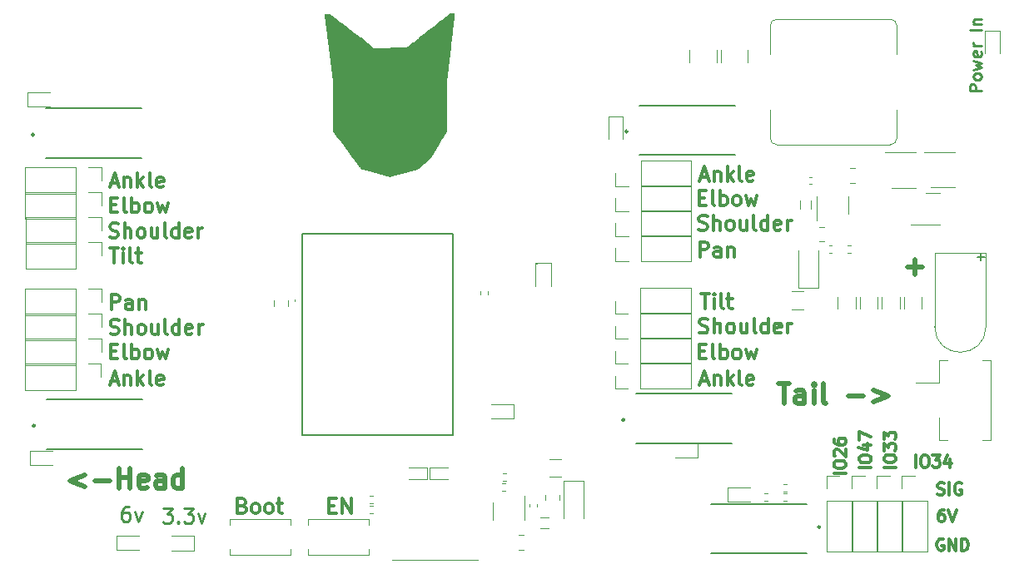
<source format=gbr>
G04 #@! TF.GenerationSoftware,KiCad,Pcbnew,6.0.7-f9a2dced07~116~ubuntu20.04.1*
G04 #@! TF.CreationDate,2022-12-26T13:33:40-05:00*
G04 #@! TF.ProjectId,SmallKat v2,536d616c-6c4b-4617-9420-76322e6b6963,rev?*
G04 #@! TF.SameCoordinates,Original*
G04 #@! TF.FileFunction,Legend,Top*
G04 #@! TF.FilePolarity,Positive*
%FSLAX46Y46*%
G04 Gerber Fmt 4.6, Leading zero omitted, Abs format (unit mm)*
G04 Created by KiCad (PCBNEW 6.0.7-f9a2dced07~116~ubuntu20.04.1) date 2022-12-26 13:33:40*
%MOMM*%
%LPD*%
G01*
G04 APERTURE LIST*
%ADD10C,0.300000*%
%ADD11C,0.250000*%
%ADD12C,0.500000*%
%ADD13C,0.200000*%
%ADD14C,0.120000*%
%ADD15C,0.254000*%
%ADD16C,0.100000*%
G04 APERTURE END LIST*
D10*
X152142857Y-128951428D02*
X150942857Y-128951428D01*
X150942857Y-128151428D02*
X150942857Y-127922857D01*
X151000000Y-127808571D01*
X151114285Y-127694285D01*
X151342857Y-127637142D01*
X151742857Y-127637142D01*
X151971428Y-127694285D01*
X152085714Y-127808571D01*
X152142857Y-127922857D01*
X152142857Y-128151428D01*
X152085714Y-128265714D01*
X151971428Y-128380000D01*
X151742857Y-128437142D01*
X151342857Y-128437142D01*
X151114285Y-128380000D01*
X151000000Y-128265714D01*
X150942857Y-128151428D01*
X151057142Y-127180000D02*
X151000000Y-127122857D01*
X150942857Y-127008571D01*
X150942857Y-126722857D01*
X151000000Y-126608571D01*
X151057142Y-126551428D01*
X151171428Y-126494285D01*
X151285714Y-126494285D01*
X151457142Y-126551428D01*
X152142857Y-127237142D01*
X152142857Y-126494285D01*
X150942857Y-125465714D02*
X150942857Y-125694285D01*
X151000000Y-125808571D01*
X151057142Y-125865714D01*
X151228571Y-125980000D01*
X151457142Y-126037142D01*
X151914285Y-126037142D01*
X152028571Y-125980000D01*
X152085714Y-125922857D01*
X152142857Y-125808571D01*
X152142857Y-125580000D01*
X152085714Y-125465714D01*
X152028571Y-125408571D01*
X151914285Y-125351428D01*
X151628571Y-125351428D01*
X151514285Y-125408571D01*
X151457142Y-125465714D01*
X151400000Y-125580000D01*
X151400000Y-125808571D01*
X151457142Y-125922857D01*
X151514285Y-125980000D01*
X151628571Y-126037142D01*
X154712857Y-128371428D02*
X153512857Y-128371428D01*
X153512857Y-127571428D02*
X153512857Y-127342857D01*
X153570000Y-127228571D01*
X153684285Y-127114285D01*
X153912857Y-127057142D01*
X154312857Y-127057142D01*
X154541428Y-127114285D01*
X154655714Y-127228571D01*
X154712857Y-127342857D01*
X154712857Y-127571428D01*
X154655714Y-127685714D01*
X154541428Y-127800000D01*
X154312857Y-127857142D01*
X153912857Y-127857142D01*
X153684285Y-127800000D01*
X153570000Y-127685714D01*
X153512857Y-127571428D01*
X153912857Y-126028571D02*
X154712857Y-126028571D01*
X153455714Y-126314285D02*
X154312857Y-126600000D01*
X154312857Y-125857142D01*
X153512857Y-125514285D02*
X153512857Y-124714285D01*
X154712857Y-125228571D01*
X157242857Y-128351428D02*
X156042857Y-128351428D01*
X156042857Y-127551428D02*
X156042857Y-127322857D01*
X156100000Y-127208571D01*
X156214285Y-127094285D01*
X156442857Y-127037142D01*
X156842857Y-127037142D01*
X157071428Y-127094285D01*
X157185714Y-127208571D01*
X157242857Y-127322857D01*
X157242857Y-127551428D01*
X157185714Y-127665714D01*
X157071428Y-127780000D01*
X156842857Y-127837142D01*
X156442857Y-127837142D01*
X156214285Y-127780000D01*
X156100000Y-127665714D01*
X156042857Y-127551428D01*
X156042857Y-126637142D02*
X156042857Y-125894285D01*
X156500000Y-126294285D01*
X156500000Y-126122857D01*
X156557142Y-126008571D01*
X156614285Y-125951428D01*
X156728571Y-125894285D01*
X157014285Y-125894285D01*
X157128571Y-125951428D01*
X157185714Y-126008571D01*
X157242857Y-126122857D01*
X157242857Y-126465714D01*
X157185714Y-126580000D01*
X157128571Y-126637142D01*
X156042857Y-125494285D02*
X156042857Y-124751428D01*
X156500000Y-125151428D01*
X156500000Y-124980000D01*
X156557142Y-124865714D01*
X156614285Y-124808571D01*
X156728571Y-124751428D01*
X157014285Y-124751428D01*
X157128571Y-124808571D01*
X157185714Y-124865714D01*
X157242857Y-124980000D01*
X157242857Y-125322857D01*
X157185714Y-125437142D01*
X157128571Y-125494285D01*
X159264571Y-128304857D02*
X159264571Y-127104857D01*
X160064571Y-127104857D02*
X160293142Y-127104857D01*
X160407428Y-127162000D01*
X160521714Y-127276285D01*
X160578857Y-127504857D01*
X160578857Y-127904857D01*
X160521714Y-128133428D01*
X160407428Y-128247714D01*
X160293142Y-128304857D01*
X160064571Y-128304857D01*
X159950285Y-128247714D01*
X159836000Y-128133428D01*
X159778857Y-127904857D01*
X159778857Y-127504857D01*
X159836000Y-127276285D01*
X159950285Y-127162000D01*
X160064571Y-127104857D01*
X160978857Y-127104857D02*
X161721714Y-127104857D01*
X161321714Y-127562000D01*
X161493142Y-127562000D01*
X161607428Y-127619142D01*
X161664571Y-127676285D01*
X161721714Y-127790571D01*
X161721714Y-128076285D01*
X161664571Y-128190571D01*
X161607428Y-128247714D01*
X161493142Y-128304857D01*
X161150285Y-128304857D01*
X161036000Y-128247714D01*
X160978857Y-128190571D01*
X162750285Y-127504857D02*
X162750285Y-128304857D01*
X162464571Y-127047714D02*
X162178857Y-127904857D01*
X162921714Y-127904857D01*
X77421428Y-119550000D02*
X78135714Y-119550000D01*
X77278571Y-119978571D02*
X77778571Y-118478571D01*
X78278571Y-119978571D01*
X78778571Y-118978571D02*
X78778571Y-119978571D01*
X78778571Y-119121428D02*
X78850000Y-119050000D01*
X78992857Y-118978571D01*
X79207142Y-118978571D01*
X79350000Y-119050000D01*
X79421428Y-119192857D01*
X79421428Y-119978571D01*
X80135714Y-119978571D02*
X80135714Y-118478571D01*
X80278571Y-119407142D02*
X80707142Y-119978571D01*
X80707142Y-118978571D02*
X80135714Y-119550000D01*
X81564285Y-119978571D02*
X81421428Y-119907142D01*
X81350000Y-119764285D01*
X81350000Y-118478571D01*
X82707142Y-119907142D02*
X82564285Y-119978571D01*
X82278571Y-119978571D01*
X82135714Y-119907142D01*
X82064285Y-119764285D01*
X82064285Y-119192857D01*
X82135714Y-119050000D01*
X82278571Y-118978571D01*
X82564285Y-118978571D01*
X82707142Y-119050000D01*
X82778571Y-119192857D01*
X82778571Y-119335714D01*
X82064285Y-119478571D01*
X137421428Y-119550000D02*
X138135714Y-119550000D01*
X137278571Y-119978571D02*
X137778571Y-118478571D01*
X138278571Y-119978571D01*
X138778571Y-118978571D02*
X138778571Y-119978571D01*
X138778571Y-119121428D02*
X138850000Y-119050000D01*
X138992857Y-118978571D01*
X139207142Y-118978571D01*
X139350000Y-119050000D01*
X139421428Y-119192857D01*
X139421428Y-119978571D01*
X140135714Y-119978571D02*
X140135714Y-118478571D01*
X140278571Y-119407142D02*
X140707142Y-119978571D01*
X140707142Y-118978571D02*
X140135714Y-119550000D01*
X141564285Y-119978571D02*
X141421428Y-119907142D01*
X141350000Y-119764285D01*
X141350000Y-118478571D01*
X142707142Y-119907142D02*
X142564285Y-119978571D01*
X142278571Y-119978571D01*
X142135714Y-119907142D01*
X142064285Y-119764285D01*
X142064285Y-119192857D01*
X142135714Y-119050000D01*
X142278571Y-118978571D01*
X142564285Y-118978571D01*
X142707142Y-119050000D01*
X142778571Y-119192857D01*
X142778571Y-119335714D01*
X142064285Y-119478571D01*
X137421428Y-98750000D02*
X138135714Y-98750000D01*
X137278571Y-99178571D02*
X137778571Y-97678571D01*
X138278571Y-99178571D01*
X138778571Y-98178571D02*
X138778571Y-99178571D01*
X138778571Y-98321428D02*
X138850000Y-98250000D01*
X138992857Y-98178571D01*
X139207142Y-98178571D01*
X139350000Y-98250000D01*
X139421428Y-98392857D01*
X139421428Y-99178571D01*
X140135714Y-99178571D02*
X140135714Y-97678571D01*
X140278571Y-98607142D02*
X140707142Y-99178571D01*
X140707142Y-98178571D02*
X140135714Y-98750000D01*
X141564285Y-99178571D02*
X141421428Y-99107142D01*
X141350000Y-98964285D01*
X141350000Y-97678571D01*
X142707142Y-99107142D02*
X142564285Y-99178571D01*
X142278571Y-99178571D01*
X142135714Y-99107142D01*
X142064285Y-98964285D01*
X142064285Y-98392857D01*
X142135714Y-98250000D01*
X142278571Y-98178571D01*
X142564285Y-98178571D01*
X142707142Y-98250000D01*
X142778571Y-98392857D01*
X142778571Y-98535714D01*
X142064285Y-98678571D01*
X137242857Y-100892857D02*
X137742857Y-100892857D01*
X137957142Y-101678571D02*
X137242857Y-101678571D01*
X137242857Y-100178571D01*
X137957142Y-100178571D01*
X138814285Y-101678571D02*
X138671428Y-101607142D01*
X138600000Y-101464285D01*
X138600000Y-100178571D01*
X139385714Y-101678571D02*
X139385714Y-100178571D01*
X139385714Y-100750000D02*
X139528571Y-100678571D01*
X139814285Y-100678571D01*
X139957142Y-100750000D01*
X140028571Y-100821428D01*
X140100000Y-100964285D01*
X140100000Y-101392857D01*
X140028571Y-101535714D01*
X139957142Y-101607142D01*
X139814285Y-101678571D01*
X139528571Y-101678571D01*
X139385714Y-101607142D01*
X140957142Y-101678571D02*
X140814285Y-101607142D01*
X140742857Y-101535714D01*
X140671428Y-101392857D01*
X140671428Y-100964285D01*
X140742857Y-100821428D01*
X140814285Y-100750000D01*
X140957142Y-100678571D01*
X141171428Y-100678571D01*
X141314285Y-100750000D01*
X141385714Y-100821428D01*
X141457142Y-100964285D01*
X141457142Y-101392857D01*
X141385714Y-101535714D01*
X141314285Y-101607142D01*
X141171428Y-101678571D01*
X140957142Y-101678571D01*
X141957142Y-100678571D02*
X142242857Y-101678571D01*
X142528571Y-100964285D01*
X142814285Y-101678571D01*
X143100000Y-100678571D01*
X137242857Y-116492857D02*
X137742857Y-116492857D01*
X137957142Y-117278571D02*
X137242857Y-117278571D01*
X137242857Y-115778571D01*
X137957142Y-115778571D01*
X138814285Y-117278571D02*
X138671428Y-117207142D01*
X138600000Y-117064285D01*
X138600000Y-115778571D01*
X139385714Y-117278571D02*
X139385714Y-115778571D01*
X139385714Y-116350000D02*
X139528571Y-116278571D01*
X139814285Y-116278571D01*
X139957142Y-116350000D01*
X140028571Y-116421428D01*
X140100000Y-116564285D01*
X140100000Y-116992857D01*
X140028571Y-117135714D01*
X139957142Y-117207142D01*
X139814285Y-117278571D01*
X139528571Y-117278571D01*
X139385714Y-117207142D01*
X140957142Y-117278571D02*
X140814285Y-117207142D01*
X140742857Y-117135714D01*
X140671428Y-116992857D01*
X140671428Y-116564285D01*
X140742857Y-116421428D01*
X140814285Y-116350000D01*
X140957142Y-116278571D01*
X141171428Y-116278571D01*
X141314285Y-116350000D01*
X141385714Y-116421428D01*
X141457142Y-116564285D01*
X141457142Y-116992857D01*
X141385714Y-117135714D01*
X141314285Y-117207142D01*
X141171428Y-117278571D01*
X140957142Y-117278571D01*
X141957142Y-116278571D02*
X142242857Y-117278571D01*
X142528571Y-116564285D01*
X142814285Y-117278571D01*
X143100000Y-116278571D01*
X77392857Y-116492857D02*
X77892857Y-116492857D01*
X78107142Y-117278571D02*
X77392857Y-117278571D01*
X77392857Y-115778571D01*
X78107142Y-115778571D01*
X78964285Y-117278571D02*
X78821428Y-117207142D01*
X78750000Y-117064285D01*
X78750000Y-115778571D01*
X79535714Y-117278571D02*
X79535714Y-115778571D01*
X79535714Y-116350000D02*
X79678571Y-116278571D01*
X79964285Y-116278571D01*
X80107142Y-116350000D01*
X80178571Y-116421428D01*
X80250000Y-116564285D01*
X80250000Y-116992857D01*
X80178571Y-117135714D01*
X80107142Y-117207142D01*
X79964285Y-117278571D01*
X79678571Y-117278571D01*
X79535714Y-117207142D01*
X81107142Y-117278571D02*
X80964285Y-117207142D01*
X80892857Y-117135714D01*
X80821428Y-116992857D01*
X80821428Y-116564285D01*
X80892857Y-116421428D01*
X80964285Y-116350000D01*
X81107142Y-116278571D01*
X81321428Y-116278571D01*
X81464285Y-116350000D01*
X81535714Y-116421428D01*
X81607142Y-116564285D01*
X81607142Y-116992857D01*
X81535714Y-117135714D01*
X81464285Y-117207142D01*
X81321428Y-117278571D01*
X81107142Y-117278571D01*
X82107142Y-116278571D02*
X82392857Y-117278571D01*
X82678571Y-116564285D01*
X82964285Y-117278571D01*
X83250000Y-116278571D01*
X77392857Y-101592857D02*
X77892857Y-101592857D01*
X78107142Y-102378571D02*
X77392857Y-102378571D01*
X77392857Y-100878571D01*
X78107142Y-100878571D01*
X78964285Y-102378571D02*
X78821428Y-102307142D01*
X78750000Y-102164285D01*
X78750000Y-100878571D01*
X79535714Y-102378571D02*
X79535714Y-100878571D01*
X79535714Y-101450000D02*
X79678571Y-101378571D01*
X79964285Y-101378571D01*
X80107142Y-101450000D01*
X80178571Y-101521428D01*
X80250000Y-101664285D01*
X80250000Y-102092857D01*
X80178571Y-102235714D01*
X80107142Y-102307142D01*
X79964285Y-102378571D01*
X79678571Y-102378571D01*
X79535714Y-102307142D01*
X81107142Y-102378571D02*
X80964285Y-102307142D01*
X80892857Y-102235714D01*
X80821428Y-102092857D01*
X80821428Y-101664285D01*
X80892857Y-101521428D01*
X80964285Y-101450000D01*
X81107142Y-101378571D01*
X81321428Y-101378571D01*
X81464285Y-101450000D01*
X81535714Y-101521428D01*
X81607142Y-101664285D01*
X81607142Y-102092857D01*
X81535714Y-102235714D01*
X81464285Y-102307142D01*
X81321428Y-102378571D01*
X81107142Y-102378571D01*
X82107142Y-101378571D02*
X82392857Y-102378571D01*
X82678571Y-101664285D01*
X82964285Y-102378571D01*
X83250000Y-101378571D01*
X77307142Y-104907142D02*
X77521428Y-104978571D01*
X77878571Y-104978571D01*
X78021428Y-104907142D01*
X78092857Y-104835714D01*
X78164285Y-104692857D01*
X78164285Y-104550000D01*
X78092857Y-104407142D01*
X78021428Y-104335714D01*
X77878571Y-104264285D01*
X77592857Y-104192857D01*
X77450000Y-104121428D01*
X77378571Y-104050000D01*
X77307142Y-103907142D01*
X77307142Y-103764285D01*
X77378571Y-103621428D01*
X77450000Y-103550000D01*
X77592857Y-103478571D01*
X77950000Y-103478571D01*
X78164285Y-103550000D01*
X78807142Y-104978571D02*
X78807142Y-103478571D01*
X79450000Y-104978571D02*
X79450000Y-104192857D01*
X79378571Y-104050000D01*
X79235714Y-103978571D01*
X79021428Y-103978571D01*
X78878571Y-104050000D01*
X78807142Y-104121428D01*
X80378571Y-104978571D02*
X80235714Y-104907142D01*
X80164285Y-104835714D01*
X80092857Y-104692857D01*
X80092857Y-104264285D01*
X80164285Y-104121428D01*
X80235714Y-104050000D01*
X80378571Y-103978571D01*
X80592857Y-103978571D01*
X80735714Y-104050000D01*
X80807142Y-104121428D01*
X80878571Y-104264285D01*
X80878571Y-104692857D01*
X80807142Y-104835714D01*
X80735714Y-104907142D01*
X80592857Y-104978571D01*
X80378571Y-104978571D01*
X82164285Y-103978571D02*
X82164285Y-104978571D01*
X81521428Y-103978571D02*
X81521428Y-104764285D01*
X81592857Y-104907142D01*
X81735714Y-104978571D01*
X81950000Y-104978571D01*
X82092857Y-104907142D01*
X82164285Y-104835714D01*
X83092857Y-104978571D02*
X82950000Y-104907142D01*
X82878571Y-104764285D01*
X82878571Y-103478571D01*
X84307142Y-104978571D02*
X84307142Y-103478571D01*
X84307142Y-104907142D02*
X84164285Y-104978571D01*
X83878571Y-104978571D01*
X83735714Y-104907142D01*
X83664285Y-104835714D01*
X83592857Y-104692857D01*
X83592857Y-104264285D01*
X83664285Y-104121428D01*
X83735714Y-104050000D01*
X83878571Y-103978571D01*
X84164285Y-103978571D01*
X84307142Y-104050000D01*
X85592857Y-104907142D02*
X85450000Y-104978571D01*
X85164285Y-104978571D01*
X85021428Y-104907142D01*
X84950000Y-104764285D01*
X84950000Y-104192857D01*
X85021428Y-104050000D01*
X85164285Y-103978571D01*
X85450000Y-103978571D01*
X85592857Y-104050000D01*
X85664285Y-104192857D01*
X85664285Y-104335714D01*
X84950000Y-104478571D01*
X86307142Y-104978571D02*
X86307142Y-103978571D01*
X86307142Y-104264285D02*
X86378571Y-104121428D01*
X86450000Y-104050000D01*
X86592857Y-103978571D01*
X86735714Y-103978571D01*
X77357142Y-114707142D02*
X77571428Y-114778571D01*
X77928571Y-114778571D01*
X78071428Y-114707142D01*
X78142857Y-114635714D01*
X78214285Y-114492857D01*
X78214285Y-114350000D01*
X78142857Y-114207142D01*
X78071428Y-114135714D01*
X77928571Y-114064285D01*
X77642857Y-113992857D01*
X77500000Y-113921428D01*
X77428571Y-113850000D01*
X77357142Y-113707142D01*
X77357142Y-113564285D01*
X77428571Y-113421428D01*
X77500000Y-113350000D01*
X77642857Y-113278571D01*
X78000000Y-113278571D01*
X78214285Y-113350000D01*
X78857142Y-114778571D02*
X78857142Y-113278571D01*
X79500000Y-114778571D02*
X79500000Y-113992857D01*
X79428571Y-113850000D01*
X79285714Y-113778571D01*
X79071428Y-113778571D01*
X78928571Y-113850000D01*
X78857142Y-113921428D01*
X80428571Y-114778571D02*
X80285714Y-114707142D01*
X80214285Y-114635714D01*
X80142857Y-114492857D01*
X80142857Y-114064285D01*
X80214285Y-113921428D01*
X80285714Y-113850000D01*
X80428571Y-113778571D01*
X80642857Y-113778571D01*
X80785714Y-113850000D01*
X80857142Y-113921428D01*
X80928571Y-114064285D01*
X80928571Y-114492857D01*
X80857142Y-114635714D01*
X80785714Y-114707142D01*
X80642857Y-114778571D01*
X80428571Y-114778571D01*
X82214285Y-113778571D02*
X82214285Y-114778571D01*
X81571428Y-113778571D02*
X81571428Y-114564285D01*
X81642857Y-114707142D01*
X81785714Y-114778571D01*
X82000000Y-114778571D01*
X82142857Y-114707142D01*
X82214285Y-114635714D01*
X83142857Y-114778571D02*
X83000000Y-114707142D01*
X82928571Y-114564285D01*
X82928571Y-113278571D01*
X84357142Y-114778571D02*
X84357142Y-113278571D01*
X84357142Y-114707142D02*
X84214285Y-114778571D01*
X83928571Y-114778571D01*
X83785714Y-114707142D01*
X83714285Y-114635714D01*
X83642857Y-114492857D01*
X83642857Y-114064285D01*
X83714285Y-113921428D01*
X83785714Y-113850000D01*
X83928571Y-113778571D01*
X84214285Y-113778571D01*
X84357142Y-113850000D01*
X85642857Y-114707142D02*
X85500000Y-114778571D01*
X85214285Y-114778571D01*
X85071428Y-114707142D01*
X85000000Y-114564285D01*
X85000000Y-113992857D01*
X85071428Y-113850000D01*
X85214285Y-113778571D01*
X85500000Y-113778571D01*
X85642857Y-113850000D01*
X85714285Y-113992857D01*
X85714285Y-114135714D01*
X85000000Y-114278571D01*
X86357142Y-114778571D02*
X86357142Y-113778571D01*
X86357142Y-114064285D02*
X86428571Y-113921428D01*
X86500000Y-113850000D01*
X86642857Y-113778571D01*
X86785714Y-113778571D01*
X137207142Y-104107142D02*
X137421428Y-104178571D01*
X137778571Y-104178571D01*
X137921428Y-104107142D01*
X137992857Y-104035714D01*
X138064285Y-103892857D01*
X138064285Y-103750000D01*
X137992857Y-103607142D01*
X137921428Y-103535714D01*
X137778571Y-103464285D01*
X137492857Y-103392857D01*
X137350000Y-103321428D01*
X137278571Y-103250000D01*
X137207142Y-103107142D01*
X137207142Y-102964285D01*
X137278571Y-102821428D01*
X137350000Y-102750000D01*
X137492857Y-102678571D01*
X137850000Y-102678571D01*
X138064285Y-102750000D01*
X138707142Y-104178571D02*
X138707142Y-102678571D01*
X139350000Y-104178571D02*
X139350000Y-103392857D01*
X139278571Y-103250000D01*
X139135714Y-103178571D01*
X138921428Y-103178571D01*
X138778571Y-103250000D01*
X138707142Y-103321428D01*
X140278571Y-104178571D02*
X140135714Y-104107142D01*
X140064285Y-104035714D01*
X139992857Y-103892857D01*
X139992857Y-103464285D01*
X140064285Y-103321428D01*
X140135714Y-103250000D01*
X140278571Y-103178571D01*
X140492857Y-103178571D01*
X140635714Y-103250000D01*
X140707142Y-103321428D01*
X140778571Y-103464285D01*
X140778571Y-103892857D01*
X140707142Y-104035714D01*
X140635714Y-104107142D01*
X140492857Y-104178571D01*
X140278571Y-104178571D01*
X142064285Y-103178571D02*
X142064285Y-104178571D01*
X141421428Y-103178571D02*
X141421428Y-103964285D01*
X141492857Y-104107142D01*
X141635714Y-104178571D01*
X141850000Y-104178571D01*
X141992857Y-104107142D01*
X142064285Y-104035714D01*
X142992857Y-104178571D02*
X142850000Y-104107142D01*
X142778571Y-103964285D01*
X142778571Y-102678571D01*
X144207142Y-104178571D02*
X144207142Y-102678571D01*
X144207142Y-104107142D02*
X144064285Y-104178571D01*
X143778571Y-104178571D01*
X143635714Y-104107142D01*
X143564285Y-104035714D01*
X143492857Y-103892857D01*
X143492857Y-103464285D01*
X143564285Y-103321428D01*
X143635714Y-103250000D01*
X143778571Y-103178571D01*
X144064285Y-103178571D01*
X144207142Y-103250000D01*
X145492857Y-104107142D02*
X145350000Y-104178571D01*
X145064285Y-104178571D01*
X144921428Y-104107142D01*
X144850000Y-103964285D01*
X144850000Y-103392857D01*
X144921428Y-103250000D01*
X145064285Y-103178571D01*
X145350000Y-103178571D01*
X145492857Y-103250000D01*
X145564285Y-103392857D01*
X145564285Y-103535714D01*
X144850000Y-103678571D01*
X146207142Y-104178571D02*
X146207142Y-103178571D01*
X146207142Y-103464285D02*
X146278571Y-103321428D01*
X146350000Y-103250000D01*
X146492857Y-103178571D01*
X146635714Y-103178571D01*
X137300000Y-106878571D02*
X137300000Y-105378571D01*
X137871428Y-105378571D01*
X138014285Y-105450000D01*
X138085714Y-105521428D01*
X138157142Y-105664285D01*
X138157142Y-105878571D01*
X138085714Y-106021428D01*
X138014285Y-106092857D01*
X137871428Y-106164285D01*
X137300000Y-106164285D01*
X139442857Y-106878571D02*
X139442857Y-106092857D01*
X139371428Y-105950000D01*
X139228571Y-105878571D01*
X138942857Y-105878571D01*
X138800000Y-105950000D01*
X139442857Y-106807142D02*
X139300000Y-106878571D01*
X138942857Y-106878571D01*
X138800000Y-106807142D01*
X138728571Y-106664285D01*
X138728571Y-106521428D01*
X138800000Y-106378571D01*
X138942857Y-106307142D01*
X139300000Y-106307142D01*
X139442857Y-106235714D01*
X140157142Y-105878571D02*
X140157142Y-106878571D01*
X140157142Y-106021428D02*
X140228571Y-105950000D01*
X140371428Y-105878571D01*
X140585714Y-105878571D01*
X140728571Y-105950000D01*
X140800000Y-106092857D01*
X140800000Y-106878571D01*
X137392857Y-110628571D02*
X138250000Y-110628571D01*
X137821428Y-112128571D02*
X137821428Y-110628571D01*
X138750000Y-112128571D02*
X138750000Y-111128571D01*
X138750000Y-110628571D02*
X138678571Y-110700000D01*
X138750000Y-110771428D01*
X138821428Y-110700000D01*
X138750000Y-110628571D01*
X138750000Y-110771428D01*
X139678571Y-112128571D02*
X139535714Y-112057142D01*
X139464285Y-111914285D01*
X139464285Y-110628571D01*
X140035714Y-111128571D02*
X140607142Y-111128571D01*
X140250000Y-110628571D02*
X140250000Y-111914285D01*
X140321428Y-112057142D01*
X140464285Y-112128571D01*
X140607142Y-112128571D01*
X77292857Y-106028571D02*
X78150000Y-106028571D01*
X77721428Y-107528571D02*
X77721428Y-106028571D01*
X78650000Y-107528571D02*
X78650000Y-106528571D01*
X78650000Y-106028571D02*
X78578571Y-106100000D01*
X78650000Y-106171428D01*
X78721428Y-106100000D01*
X78650000Y-106028571D01*
X78650000Y-106171428D01*
X79578571Y-107528571D02*
X79435714Y-107457142D01*
X79364285Y-107314285D01*
X79364285Y-106028571D01*
X79935714Y-106528571D02*
X80507142Y-106528571D01*
X80150000Y-106028571D02*
X80150000Y-107314285D01*
X80221428Y-107457142D01*
X80364285Y-107528571D01*
X80507142Y-107528571D01*
X77450000Y-112228571D02*
X77450000Y-110728571D01*
X78021428Y-110728571D01*
X78164285Y-110800000D01*
X78235714Y-110871428D01*
X78307142Y-111014285D01*
X78307142Y-111228571D01*
X78235714Y-111371428D01*
X78164285Y-111442857D01*
X78021428Y-111514285D01*
X77450000Y-111514285D01*
X79592857Y-112228571D02*
X79592857Y-111442857D01*
X79521428Y-111300000D01*
X79378571Y-111228571D01*
X79092857Y-111228571D01*
X78950000Y-111300000D01*
X79592857Y-112157142D02*
X79450000Y-112228571D01*
X79092857Y-112228571D01*
X78950000Y-112157142D01*
X78878571Y-112014285D01*
X78878571Y-111871428D01*
X78950000Y-111728571D01*
X79092857Y-111657142D01*
X79450000Y-111657142D01*
X79592857Y-111585714D01*
X80307142Y-111228571D02*
X80307142Y-112228571D01*
X80307142Y-111371428D02*
X80378571Y-111300000D01*
X80521428Y-111228571D01*
X80735714Y-111228571D01*
X80878571Y-111300000D01*
X80950000Y-111442857D01*
X80950000Y-112228571D01*
X99612857Y-132226857D02*
X100112857Y-132226857D01*
X100327142Y-133012571D02*
X99612857Y-133012571D01*
X99612857Y-131512571D01*
X100327142Y-131512571D01*
X100970000Y-133012571D02*
X100970000Y-131512571D01*
X101827142Y-133012571D01*
X101827142Y-131512571D01*
X90801428Y-132226857D02*
X91015714Y-132298285D01*
X91087142Y-132369714D01*
X91158571Y-132512571D01*
X91158571Y-132726857D01*
X91087142Y-132869714D01*
X91015714Y-132941142D01*
X90872857Y-133012571D01*
X90301428Y-133012571D01*
X90301428Y-131512571D01*
X90801428Y-131512571D01*
X90944285Y-131584000D01*
X91015714Y-131655428D01*
X91087142Y-131798285D01*
X91087142Y-131941142D01*
X91015714Y-132084000D01*
X90944285Y-132155428D01*
X90801428Y-132226857D01*
X90301428Y-132226857D01*
X92015714Y-133012571D02*
X91872857Y-132941142D01*
X91801428Y-132869714D01*
X91730000Y-132726857D01*
X91730000Y-132298285D01*
X91801428Y-132155428D01*
X91872857Y-132084000D01*
X92015714Y-132012571D01*
X92230000Y-132012571D01*
X92372857Y-132084000D01*
X92444285Y-132155428D01*
X92515714Y-132298285D01*
X92515714Y-132726857D01*
X92444285Y-132869714D01*
X92372857Y-132941142D01*
X92230000Y-133012571D01*
X92015714Y-133012571D01*
X93372857Y-133012571D02*
X93230000Y-132941142D01*
X93158571Y-132869714D01*
X93087142Y-132726857D01*
X93087142Y-132298285D01*
X93158571Y-132155428D01*
X93230000Y-132084000D01*
X93372857Y-132012571D01*
X93587142Y-132012571D01*
X93730000Y-132084000D01*
X93801428Y-132155428D01*
X93872857Y-132298285D01*
X93872857Y-132726857D01*
X93801428Y-132869714D01*
X93730000Y-132941142D01*
X93587142Y-133012571D01*
X93372857Y-133012571D01*
X94301428Y-132012571D02*
X94872857Y-132012571D01*
X94515714Y-131512571D02*
X94515714Y-132798285D01*
X94587142Y-132941142D01*
X94730000Y-133012571D01*
X94872857Y-133012571D01*
D11*
X82693142Y-132478571D02*
X83621714Y-132478571D01*
X83121714Y-133050000D01*
X83336000Y-133050000D01*
X83478857Y-133121428D01*
X83550285Y-133192857D01*
X83621714Y-133335714D01*
X83621714Y-133692857D01*
X83550285Y-133835714D01*
X83478857Y-133907142D01*
X83336000Y-133978571D01*
X82907428Y-133978571D01*
X82764571Y-133907142D01*
X82693142Y-133835714D01*
X84264571Y-133835714D02*
X84336000Y-133907142D01*
X84264571Y-133978571D01*
X84193142Y-133907142D01*
X84264571Y-133835714D01*
X84264571Y-133978571D01*
X84836000Y-132478571D02*
X85764571Y-132478571D01*
X85264571Y-133050000D01*
X85478857Y-133050000D01*
X85621714Y-133121428D01*
X85693142Y-133192857D01*
X85764571Y-133335714D01*
X85764571Y-133692857D01*
X85693142Y-133835714D01*
X85621714Y-133907142D01*
X85478857Y-133978571D01*
X85050285Y-133978571D01*
X84907428Y-133907142D01*
X84836000Y-133835714D01*
X86264571Y-132978571D02*
X86621714Y-133978571D01*
X86978857Y-132978571D01*
D12*
X145285714Y-119820925D02*
X146428571Y-119820925D01*
X145857142Y-121820925D02*
X145857142Y-119820925D01*
X147952380Y-121820925D02*
X147952380Y-120773306D01*
X147857142Y-120582830D01*
X147666666Y-120487592D01*
X147285714Y-120487592D01*
X147095238Y-120582830D01*
X147952380Y-121725687D02*
X147761904Y-121820925D01*
X147285714Y-121820925D01*
X147095238Y-121725687D01*
X147000000Y-121535211D01*
X147000000Y-121344735D01*
X147095238Y-121154259D01*
X147285714Y-121059021D01*
X147761904Y-121059021D01*
X147952380Y-120963783D01*
X148904761Y-121820925D02*
X148904761Y-120487592D01*
X148904761Y-119820925D02*
X148809523Y-119916164D01*
X148904761Y-120011402D01*
X149000000Y-119916164D01*
X148904761Y-119820925D01*
X148904761Y-120011402D01*
X150142857Y-121820925D02*
X149952380Y-121725687D01*
X149857142Y-121535211D01*
X149857142Y-119820925D01*
X152428571Y-121059021D02*
X153952380Y-121059021D01*
X154904761Y-120487592D02*
X156428571Y-121059021D01*
X154904761Y-121630449D01*
X74803523Y-129111428D02*
X73279714Y-129682857D01*
X74803523Y-130254285D01*
X75755904Y-129682857D02*
X77279714Y-129682857D01*
X78232095Y-130444761D02*
X78232095Y-128444761D01*
X78232095Y-129397142D02*
X79374952Y-129397142D01*
X79374952Y-130444761D02*
X79374952Y-128444761D01*
X81089238Y-130349523D02*
X80898761Y-130444761D01*
X80517809Y-130444761D01*
X80327333Y-130349523D01*
X80232095Y-130159047D01*
X80232095Y-129397142D01*
X80327333Y-129206666D01*
X80517809Y-129111428D01*
X80898761Y-129111428D01*
X81089238Y-129206666D01*
X81184476Y-129397142D01*
X81184476Y-129587619D01*
X80232095Y-129778095D01*
X82898761Y-130444761D02*
X82898761Y-129397142D01*
X82803523Y-129206666D01*
X82613047Y-129111428D01*
X82232095Y-129111428D01*
X82041619Y-129206666D01*
X82898761Y-130349523D02*
X82708285Y-130444761D01*
X82232095Y-130444761D01*
X82041619Y-130349523D01*
X81946380Y-130159047D01*
X81946380Y-129968571D01*
X82041619Y-129778095D01*
X82232095Y-129682857D01*
X82708285Y-129682857D01*
X82898761Y-129587619D01*
X84708285Y-130444761D02*
X84708285Y-128444761D01*
X84708285Y-130349523D02*
X84517809Y-130444761D01*
X84136857Y-130444761D01*
X83946380Y-130349523D01*
X83851142Y-130254285D01*
X83755904Y-130063809D01*
X83755904Y-129492380D01*
X83851142Y-129301904D01*
X83946380Y-129206666D01*
X84136857Y-129111428D01*
X84517809Y-129111428D01*
X84708285Y-129206666D01*
X158448095Y-107962857D02*
X159971904Y-107962857D01*
X159210000Y-108724761D02*
X159210000Y-107200952D01*
D11*
X165932857Y-90012142D02*
X164732857Y-90012142D01*
X164732857Y-89555000D01*
X164790000Y-89440714D01*
X164847142Y-89383571D01*
X164961428Y-89326428D01*
X165132857Y-89326428D01*
X165247142Y-89383571D01*
X165304285Y-89440714D01*
X165361428Y-89555000D01*
X165361428Y-90012142D01*
X165932857Y-88640714D02*
X165875714Y-88755000D01*
X165818571Y-88812142D01*
X165704285Y-88869285D01*
X165361428Y-88869285D01*
X165247142Y-88812142D01*
X165190000Y-88755000D01*
X165132857Y-88640714D01*
X165132857Y-88469285D01*
X165190000Y-88355000D01*
X165247142Y-88297857D01*
X165361428Y-88240714D01*
X165704285Y-88240714D01*
X165818571Y-88297857D01*
X165875714Y-88355000D01*
X165932857Y-88469285D01*
X165932857Y-88640714D01*
X165132857Y-87840714D02*
X165932857Y-87612142D01*
X165361428Y-87383571D01*
X165932857Y-87155000D01*
X165132857Y-86926428D01*
X165875714Y-86012142D02*
X165932857Y-86126428D01*
X165932857Y-86355000D01*
X165875714Y-86469285D01*
X165761428Y-86526428D01*
X165304285Y-86526428D01*
X165190000Y-86469285D01*
X165132857Y-86355000D01*
X165132857Y-86126428D01*
X165190000Y-86012142D01*
X165304285Y-85955000D01*
X165418571Y-85955000D01*
X165532857Y-86526428D01*
X165932857Y-85440714D02*
X165132857Y-85440714D01*
X165361428Y-85440714D02*
X165247142Y-85383571D01*
X165190000Y-85326428D01*
X165132857Y-85212142D01*
X165132857Y-85097857D01*
X165932857Y-83783571D02*
X164732857Y-83783571D01*
X165132857Y-83212142D02*
X165932857Y-83212142D01*
X165247142Y-83212142D02*
X165190000Y-83155000D01*
X165132857Y-83040714D01*
X165132857Y-82869285D01*
X165190000Y-82755000D01*
X165304285Y-82697857D01*
X165932857Y-82697857D01*
D10*
X162085714Y-135650000D02*
X161971428Y-135592857D01*
X161800000Y-135592857D01*
X161628571Y-135650000D01*
X161514285Y-135764285D01*
X161457142Y-135878571D01*
X161400000Y-136107142D01*
X161400000Y-136278571D01*
X161457142Y-136507142D01*
X161514285Y-136621428D01*
X161628571Y-136735714D01*
X161800000Y-136792857D01*
X161914285Y-136792857D01*
X162085714Y-136735714D01*
X162142857Y-136678571D01*
X162142857Y-136278571D01*
X161914285Y-136278571D01*
X162657142Y-136792857D02*
X162657142Y-135592857D01*
X163342857Y-136792857D01*
X163342857Y-135592857D01*
X163914285Y-136792857D02*
X163914285Y-135592857D01*
X164200000Y-135592857D01*
X164371428Y-135650000D01*
X164485714Y-135764285D01*
X164542857Y-135878571D01*
X164600000Y-136107142D01*
X164600000Y-136278571D01*
X164542857Y-136507142D01*
X164485714Y-136621428D01*
X164371428Y-136735714D01*
X164200000Y-136792857D01*
X163914285Y-136792857D01*
X137257142Y-114587142D02*
X137471428Y-114658571D01*
X137828571Y-114658571D01*
X137971428Y-114587142D01*
X138042857Y-114515714D01*
X138114285Y-114372857D01*
X138114285Y-114230000D01*
X138042857Y-114087142D01*
X137971428Y-114015714D01*
X137828571Y-113944285D01*
X137542857Y-113872857D01*
X137400000Y-113801428D01*
X137328571Y-113730000D01*
X137257142Y-113587142D01*
X137257142Y-113444285D01*
X137328571Y-113301428D01*
X137400000Y-113230000D01*
X137542857Y-113158571D01*
X137900000Y-113158571D01*
X138114285Y-113230000D01*
X138757142Y-114658571D02*
X138757142Y-113158571D01*
X139400000Y-114658571D02*
X139400000Y-113872857D01*
X139328571Y-113730000D01*
X139185714Y-113658571D01*
X138971428Y-113658571D01*
X138828571Y-113730000D01*
X138757142Y-113801428D01*
X140328571Y-114658571D02*
X140185714Y-114587142D01*
X140114285Y-114515714D01*
X140042857Y-114372857D01*
X140042857Y-113944285D01*
X140114285Y-113801428D01*
X140185714Y-113730000D01*
X140328571Y-113658571D01*
X140542857Y-113658571D01*
X140685714Y-113730000D01*
X140757142Y-113801428D01*
X140828571Y-113944285D01*
X140828571Y-114372857D01*
X140757142Y-114515714D01*
X140685714Y-114587142D01*
X140542857Y-114658571D01*
X140328571Y-114658571D01*
X142114285Y-113658571D02*
X142114285Y-114658571D01*
X141471428Y-113658571D02*
X141471428Y-114444285D01*
X141542857Y-114587142D01*
X141685714Y-114658571D01*
X141900000Y-114658571D01*
X142042857Y-114587142D01*
X142114285Y-114515714D01*
X143042857Y-114658571D02*
X142900000Y-114587142D01*
X142828571Y-114444285D01*
X142828571Y-113158571D01*
X144257142Y-114658571D02*
X144257142Y-113158571D01*
X144257142Y-114587142D02*
X144114285Y-114658571D01*
X143828571Y-114658571D01*
X143685714Y-114587142D01*
X143614285Y-114515714D01*
X143542857Y-114372857D01*
X143542857Y-113944285D01*
X143614285Y-113801428D01*
X143685714Y-113730000D01*
X143828571Y-113658571D01*
X144114285Y-113658571D01*
X144257142Y-113730000D01*
X145542857Y-114587142D02*
X145400000Y-114658571D01*
X145114285Y-114658571D01*
X144971428Y-114587142D01*
X144900000Y-114444285D01*
X144900000Y-113872857D01*
X144971428Y-113730000D01*
X145114285Y-113658571D01*
X145400000Y-113658571D01*
X145542857Y-113730000D01*
X145614285Y-113872857D01*
X145614285Y-114015714D01*
X144900000Y-114158571D01*
X146257142Y-114658571D02*
X146257142Y-113658571D01*
X146257142Y-113944285D02*
X146328571Y-113801428D01*
X146400000Y-113730000D01*
X146542857Y-113658571D01*
X146685714Y-113658571D01*
X161491428Y-131045714D02*
X161662857Y-131102857D01*
X161948571Y-131102857D01*
X162062857Y-131045714D01*
X162120000Y-130988571D01*
X162177142Y-130874285D01*
X162177142Y-130760000D01*
X162120000Y-130645714D01*
X162062857Y-130588571D01*
X161948571Y-130531428D01*
X161720000Y-130474285D01*
X161605714Y-130417142D01*
X161548571Y-130360000D01*
X161491428Y-130245714D01*
X161491428Y-130131428D01*
X161548571Y-130017142D01*
X161605714Y-129960000D01*
X161720000Y-129902857D01*
X162005714Y-129902857D01*
X162177142Y-129960000D01*
X162691428Y-131102857D02*
X162691428Y-129902857D01*
X163891428Y-129960000D02*
X163777142Y-129902857D01*
X163605714Y-129902857D01*
X163434285Y-129960000D01*
X163320000Y-130074285D01*
X163262857Y-130188571D01*
X163205714Y-130417142D01*
X163205714Y-130588571D01*
X163262857Y-130817142D01*
X163320000Y-130931428D01*
X163434285Y-131045714D01*
X163605714Y-131102857D01*
X163720000Y-131102857D01*
X163891428Y-131045714D01*
X163948571Y-130988571D01*
X163948571Y-130588571D01*
X163720000Y-130588571D01*
X77421428Y-99400000D02*
X78135714Y-99400000D01*
X77278571Y-99828571D02*
X77778571Y-98328571D01*
X78278571Y-99828571D01*
X78778571Y-98828571D02*
X78778571Y-99828571D01*
X78778571Y-98971428D02*
X78850000Y-98900000D01*
X78992857Y-98828571D01*
X79207142Y-98828571D01*
X79350000Y-98900000D01*
X79421428Y-99042857D01*
X79421428Y-99828571D01*
X80135714Y-99828571D02*
X80135714Y-98328571D01*
X80278571Y-99257142D02*
X80707142Y-99828571D01*
X80707142Y-98828571D02*
X80135714Y-99400000D01*
X81564285Y-99828571D02*
X81421428Y-99757142D01*
X81350000Y-99614285D01*
X81350000Y-98328571D01*
X82707142Y-99757142D02*
X82564285Y-99828571D01*
X82278571Y-99828571D01*
X82135714Y-99757142D01*
X82064285Y-99614285D01*
X82064285Y-99042857D01*
X82135714Y-98900000D01*
X82278571Y-98828571D01*
X82564285Y-98828571D01*
X82707142Y-98900000D01*
X82778571Y-99042857D01*
X82778571Y-99185714D01*
X82064285Y-99328571D01*
X162124285Y-132652857D02*
X161895714Y-132652857D01*
X161781428Y-132710000D01*
X161724285Y-132767142D01*
X161610000Y-132938571D01*
X161552857Y-133167142D01*
X161552857Y-133624285D01*
X161610000Y-133738571D01*
X161667142Y-133795714D01*
X161781428Y-133852857D01*
X162010000Y-133852857D01*
X162124285Y-133795714D01*
X162181428Y-133738571D01*
X162238571Y-133624285D01*
X162238571Y-133338571D01*
X162181428Y-133224285D01*
X162124285Y-133167142D01*
X162010000Y-133110000D01*
X161781428Y-133110000D01*
X161667142Y-133167142D01*
X161610000Y-133224285D01*
X161552857Y-133338571D01*
X162581428Y-132652857D02*
X162981428Y-133852857D01*
X163381428Y-132652857D01*
D11*
X79216285Y-132308571D02*
X78930571Y-132308571D01*
X78787714Y-132380000D01*
X78716285Y-132451428D01*
X78573428Y-132665714D01*
X78502000Y-132951428D01*
X78502000Y-133522857D01*
X78573428Y-133665714D01*
X78644857Y-133737142D01*
X78787714Y-133808571D01*
X79073428Y-133808571D01*
X79216285Y-133737142D01*
X79287714Y-133665714D01*
X79359142Y-133522857D01*
X79359142Y-133165714D01*
X79287714Y-133022857D01*
X79216285Y-132951428D01*
X79073428Y-132880000D01*
X78787714Y-132880000D01*
X78644857Y-132951428D01*
X78573428Y-133022857D01*
X78502000Y-133165714D01*
X79859142Y-132808571D02*
X80216285Y-133808571D01*
X80573428Y-132808571D01*
D13*
X165893428Y-107271952D02*
X165893428Y-106510047D01*
X166274380Y-106891000D02*
X165512476Y-106891000D01*
D14*
X138991600Y-87069664D02*
X138991600Y-85865536D01*
X136271600Y-87069664D02*
X136271600Y-85865536D01*
X142130000Y-87072064D02*
X142130000Y-85867936D01*
X139410000Y-87072064D02*
X139410000Y-85867936D01*
X95400000Y-111876078D02*
X95400000Y-111358922D01*
X93980000Y-111876078D02*
X93980000Y-111358922D01*
X118397500Y-123335000D02*
X118397500Y-121865000D01*
X118397500Y-121865000D02*
X116112500Y-121865000D01*
X116112500Y-123335000D02*
X118397500Y-123335000D01*
X166305000Y-83917500D02*
X166305000Y-86202500D01*
X167775000Y-86202500D02*
X167775000Y-83917500D01*
X167775000Y-83917500D02*
X166305000Y-83917500D01*
X83604634Y-136765000D02*
X85889634Y-136765000D01*
X85889634Y-135295000D02*
X83604634Y-135295000D01*
X85889634Y-136765000D02*
X85889634Y-135295000D01*
X80294634Y-135245000D02*
X78009634Y-135245000D01*
X78009634Y-135245000D02*
X78009634Y-136715000D01*
X78009634Y-136715000D02*
X80294634Y-136715000D01*
X109578800Y-129540000D02*
X109578800Y-128340000D01*
X107728800Y-128340000D02*
X109578800Y-128340000D01*
X107728800Y-129540000D02*
X109578800Y-129540000D01*
X68915000Y-90115000D02*
X68915000Y-91585000D01*
X68915000Y-91585000D02*
X71200000Y-91585000D01*
X71200000Y-90115000D02*
X68915000Y-90115000D01*
X69155000Y-126655000D02*
X69155000Y-128125000D01*
X71440000Y-126655000D02*
X69155000Y-126655000D01*
X69155000Y-128125000D02*
X71440000Y-128125000D01*
D13*
X70766200Y-91801000D02*
X80496200Y-91801000D01*
X70766200Y-96831000D02*
X80496200Y-96831000D01*
D15*
X69590830Y-94459000D02*
G75*
G03*
X69590830Y-94459000I-106630J0D01*
G01*
D13*
X70842400Y-126447400D02*
X80572400Y-126447400D01*
X70842400Y-121417400D02*
X80572400Y-121417400D01*
D15*
X69667030Y-124075400D02*
G75*
G03*
X69667030Y-124075400I-106630J0D01*
G01*
D14*
X158743766Y-103660000D02*
X161743766Y-103660000D01*
X160243766Y-100440000D02*
X161743766Y-100440000D01*
X73852700Y-102892000D02*
X73852700Y-105552000D01*
X75122700Y-102892000D02*
X76452700Y-102892000D01*
X76452700Y-102892000D02*
X76452700Y-104222000D01*
X73852700Y-105552000D02*
X68712700Y-105552000D01*
X68712700Y-102892000D02*
X68712700Y-105552000D01*
X73852700Y-102892000D02*
X68712700Y-102892000D01*
X68712700Y-105432000D02*
X68712700Y-108092000D01*
X73852700Y-105432000D02*
X73852700Y-108092000D01*
X73852700Y-105432000D02*
X68712700Y-105432000D01*
X76452700Y-105432000D02*
X76452700Y-106762000D01*
X73852700Y-108092000D02*
X68712700Y-108092000D01*
X75122700Y-105432000D02*
X76452700Y-105432000D01*
X73851400Y-112816400D02*
X68711400Y-112816400D01*
X73851400Y-110156400D02*
X73851400Y-112816400D01*
X76451400Y-110156400D02*
X76451400Y-111486400D01*
X75121400Y-110156400D02*
X76451400Y-110156400D01*
X73851400Y-110156400D02*
X68711400Y-110156400D01*
X68711400Y-110156400D02*
X68711400Y-112816400D01*
X76451400Y-112696400D02*
X76451400Y-114026400D01*
X73851400Y-112696400D02*
X73851400Y-115356400D01*
X75121400Y-112696400D02*
X76451400Y-112696400D01*
X73851400Y-115356400D02*
X68711400Y-115356400D01*
X68711400Y-112696400D02*
X68711400Y-115356400D01*
X73851400Y-112696400D02*
X68711400Y-112696400D01*
X76451400Y-115236400D02*
X76451400Y-116566400D01*
X73851400Y-115236400D02*
X73851400Y-117896400D01*
X68711400Y-115236400D02*
X68711400Y-117896400D01*
X75121400Y-115236400D02*
X76451400Y-115236400D01*
X73851400Y-115236400D02*
X68711400Y-115236400D01*
X73851400Y-117896400D02*
X68711400Y-117896400D01*
X73811400Y-117776400D02*
X68671400Y-117776400D01*
X75081400Y-117776400D02*
X76411400Y-117776400D01*
X68671400Y-117776400D02*
X68671400Y-120436400D01*
X73811400Y-117776400D02*
X73811400Y-120436400D01*
X76411400Y-117776400D02*
X76411400Y-119106400D01*
X73811400Y-120436400D02*
X68671400Y-120436400D01*
X106008846Y-137725000D02*
X114708846Y-137725000D01*
X160143766Y-96250000D02*
X163273766Y-96250000D01*
X160813766Y-99850000D02*
X163273766Y-99850000D01*
X156803766Y-99860000D02*
X159263766Y-99860000D01*
X156133766Y-96260000D02*
X159263766Y-96260000D01*
X95700000Y-133560000D02*
X89500000Y-133560000D01*
X89500000Y-136610000D02*
X89500000Y-137260000D01*
X95700000Y-133560000D02*
X95700000Y-134210000D01*
X89500000Y-137260000D02*
X95700000Y-137260000D01*
X95700000Y-137260000D02*
X95700000Y-136610000D01*
X89500000Y-133560000D02*
X89500000Y-134210000D01*
X97470000Y-133570000D02*
X97470000Y-134220000D01*
X97470000Y-137270000D02*
X103670000Y-137270000D01*
X97470000Y-137270000D02*
X97470000Y-136620000D01*
X103670000Y-137270000D02*
X103670000Y-136620000D01*
X103670000Y-133570000D02*
X97470000Y-133570000D01*
X103670000Y-134220000D02*
X103670000Y-133570000D01*
X120612000Y-107490000D02*
X120612000Y-109890000D01*
X122212000Y-109890000D02*
X122212000Y-107490000D01*
X122212000Y-107490000D02*
X120612000Y-107490000D01*
X68687700Y-100352000D02*
X68687700Y-103012000D01*
X75097700Y-100352000D02*
X76427700Y-100352000D01*
X73827700Y-103012000D02*
X68687700Y-103012000D01*
X76427700Y-100352000D02*
X76427700Y-101682000D01*
X73827700Y-100352000D02*
X73827700Y-103012000D01*
X73827700Y-100352000D02*
X68687700Y-100352000D01*
X68687700Y-97812000D02*
X68687700Y-100472000D01*
X76427700Y-97812000D02*
X76427700Y-99142000D01*
X75097700Y-97812000D02*
X76427700Y-97812000D01*
X73827700Y-97812000D02*
X73827700Y-100472000D01*
X73827700Y-97812000D02*
X68687700Y-97812000D01*
X73827700Y-100472000D02*
X68687700Y-100472000D01*
X111680000Y-129540000D02*
X109830000Y-129540000D01*
X111680000Y-128340000D02*
X109830000Y-128340000D01*
X109830000Y-128340000D02*
X109830000Y-129540000D01*
X144450000Y-86300000D02*
X144450000Y-83400000D01*
X156650000Y-95500000D02*
X145150000Y-95500000D01*
X157350000Y-94850000D02*
X157350000Y-91900000D01*
X157350000Y-86300000D02*
X157350000Y-83400000D01*
X145150000Y-82700000D02*
X156650000Y-82700000D01*
X144450000Y-94800000D02*
X144450000Y-91900000D01*
X144450000Y-94800000D02*
G75*
G03*
X145150000Y-95500000I700000J0D01*
G01*
X157350000Y-83400000D02*
G75*
G03*
X156650000Y-82700000I-699999J1D01*
G01*
X156650000Y-95500000D02*
G75*
G03*
X157350000Y-94800000I1J699999D01*
G01*
X145150000Y-82700000D02*
G75*
G03*
X144450000Y-83400000I0J-700000D01*
G01*
X131292800Y-104678800D02*
X136432800Y-104678800D01*
X130022800Y-107338800D02*
X128692800Y-107338800D01*
X128692800Y-107338800D02*
X128692800Y-106008800D01*
X136432800Y-107338800D02*
X136432800Y-104678800D01*
X131292800Y-107338800D02*
X131292800Y-104678800D01*
X131292800Y-107338800D02*
X136432800Y-107338800D01*
X131292800Y-99718800D02*
X131292800Y-97058800D01*
X130022800Y-99718800D02*
X128692800Y-99718800D01*
X128692800Y-99718800D02*
X128692800Y-98388800D01*
X131292800Y-97058800D02*
X136432800Y-97058800D01*
X131292800Y-99718800D02*
X136432800Y-99718800D01*
X136432800Y-99718800D02*
X136432800Y-97058800D01*
X134797500Y-127355000D02*
X137082500Y-127355000D01*
X137082500Y-127355000D02*
X137082500Y-125885000D01*
X137082500Y-125885000D02*
X134797500Y-125885000D01*
X129993600Y-120324800D02*
X128663600Y-120324800D01*
X131263600Y-120324800D02*
X136403600Y-120324800D01*
X136403600Y-120324800D02*
X136403600Y-117664800D01*
X128663600Y-120324800D02*
X128663600Y-118994800D01*
X131263600Y-117664800D02*
X136403600Y-117664800D01*
X131263600Y-120324800D02*
X131263600Y-117664800D01*
X131263600Y-112704800D02*
X131263600Y-110044800D01*
X129993600Y-112704800D02*
X128663600Y-112704800D01*
X136403600Y-112704800D02*
X136403600Y-110044800D01*
X128663600Y-112704800D02*
X128663600Y-111374800D01*
X131263600Y-112704800D02*
X136403600Y-112704800D01*
X131263600Y-110044800D02*
X136403600Y-110044800D01*
D13*
X130800000Y-125865000D02*
X140530000Y-125865000D01*
X130800000Y-120835000D02*
X140530000Y-120835000D01*
D15*
X129624630Y-123493000D02*
G75*
G03*
X129624630Y-123493000I-106630J0D01*
G01*
D13*
X131135000Y-91485000D02*
X140865000Y-91485000D01*
X131135000Y-96515000D02*
X140865000Y-96515000D01*
D15*
X129959630Y-94143000D02*
G75*
G03*
X129959630Y-94143000I-106630J0D01*
G01*
D14*
X131263600Y-117784800D02*
X131263600Y-115124800D01*
X131263600Y-117784800D02*
X136403600Y-117784800D01*
X136403600Y-117784800D02*
X136403600Y-115124800D01*
X131263600Y-115124800D02*
X136403600Y-115124800D01*
X129993600Y-117784800D02*
X128663600Y-117784800D01*
X128663600Y-117784800D02*
X128663600Y-116454800D01*
X131263600Y-115244800D02*
X131263600Y-112584800D01*
X131263600Y-115244800D02*
X136403600Y-115244800D01*
X129993600Y-115244800D02*
X128663600Y-115244800D01*
X136403600Y-115244800D02*
X136403600Y-112584800D01*
X131263600Y-112584800D02*
X136403600Y-112584800D01*
X128663600Y-115244800D02*
X128663600Y-113914800D01*
X131292800Y-102138800D02*
X136432800Y-102138800D01*
X131292800Y-104798800D02*
X131292800Y-102138800D01*
X128692800Y-104798800D02*
X128692800Y-103468800D01*
X131292800Y-104798800D02*
X136432800Y-104798800D01*
X136432800Y-104798800D02*
X136432800Y-102138800D01*
X130022800Y-104798800D02*
X128692800Y-104798800D01*
X136432800Y-102258800D02*
X136432800Y-99598800D01*
X131292800Y-102258800D02*
X136432800Y-102258800D01*
X128692800Y-102258800D02*
X128692800Y-100928800D01*
X130022800Y-102258800D02*
X128692800Y-102258800D01*
X131292800Y-102258800D02*
X131292800Y-99598800D01*
X131292800Y-99598800D02*
X136432800Y-99598800D01*
X157639140Y-111000016D02*
X157639140Y-112204144D01*
X155819140Y-111000016D02*
X155819140Y-112204144D01*
X159890000Y-110997936D02*
X159890000Y-112202064D01*
X158070000Y-110997936D02*
X158070000Y-112202064D01*
X153140000Y-110987936D02*
X153140000Y-112192064D01*
X151320000Y-110987936D02*
X151320000Y-112192064D01*
X155399700Y-110998536D02*
X155399700Y-112202664D01*
X153579700Y-110998536D02*
X153579700Y-112202664D01*
X140088130Y-130345000D02*
X140088130Y-131815000D01*
X142373130Y-130345000D02*
X140088130Y-130345000D01*
X140088130Y-131815000D02*
X142373130Y-131815000D01*
D13*
X148140000Y-137055000D02*
X138410000Y-137055000D01*
X148140000Y-132025000D02*
X138410000Y-132025000D01*
D15*
X149528630Y-134397000D02*
G75*
G03*
X149528630Y-134397000I-106630J0D01*
G01*
D14*
X150180000Y-131760000D02*
X152840000Y-131760000D01*
X152840000Y-131760000D02*
X152840000Y-136900000D01*
X150180000Y-136900000D02*
X152840000Y-136900000D01*
X150180000Y-131760000D02*
X150180000Y-136900000D01*
X150180000Y-130490000D02*
X150180000Y-129160000D01*
X150180000Y-129160000D02*
X151510000Y-129160000D01*
X155280000Y-129160000D02*
X156610000Y-129160000D01*
X155280000Y-131760000D02*
X157940000Y-131760000D01*
X155280000Y-131760000D02*
X155280000Y-136900000D01*
X157940000Y-131760000D02*
X157940000Y-136900000D01*
X155280000Y-130490000D02*
X155280000Y-129160000D01*
X155280000Y-136900000D02*
X157940000Y-136900000D01*
X155400000Y-131760000D02*
X155400000Y-136900000D01*
X152740000Y-136900000D02*
X155400000Y-136900000D01*
X152740000Y-131760000D02*
X155400000Y-131760000D01*
X152740000Y-130490000D02*
X152740000Y-129160000D01*
X152740000Y-129160000D02*
X154070000Y-129160000D01*
X152740000Y-131760000D02*
X152740000Y-136900000D01*
X157830000Y-130490000D02*
X157830000Y-129160000D01*
X157830000Y-136900000D02*
X160490000Y-136900000D01*
X157830000Y-131760000D02*
X160490000Y-131760000D01*
X160490000Y-131760000D02*
X160490000Y-136900000D01*
X157830000Y-131760000D02*
X157830000Y-136900000D01*
X157830000Y-129160000D02*
X159160000Y-129160000D01*
X146114271Y-131710000D02*
X145806989Y-131710000D01*
X146114271Y-130950000D02*
X145806989Y-130950000D01*
X145806989Y-130760000D02*
X146114271Y-130760000D01*
X145806989Y-130000000D02*
X146114271Y-130000000D01*
X144174271Y-131710000D02*
X143866989Y-131710000D01*
X144174271Y-130950000D02*
X143866989Y-130950000D01*
X166390076Y-114003000D02*
X166390000Y-106490000D01*
X161190000Y-106490000D02*
X161189924Y-114003000D01*
X166390000Y-106490000D02*
X161190000Y-106490000D01*
X161189924Y-114003000D02*
G75*
G03*
X166390076Y-114003000I2600076J0D01*
G01*
X120710000Y-132277836D02*
X120710000Y-132062164D01*
X119990000Y-132277836D02*
X119990000Y-132062164D01*
X118878748Y-136695000D02*
X119401252Y-136695000D01*
X118878748Y-135225000D02*
X119401252Y-135225000D01*
X121545000Y-131621252D02*
X121545000Y-131098748D01*
X123015000Y-131621252D02*
X123015000Y-131098748D01*
X125480000Y-129670000D02*
X125480000Y-133520000D01*
X125480000Y-129670000D02*
X123480000Y-129670000D01*
X123480000Y-129670000D02*
X123480000Y-133520000D01*
X121977936Y-127470000D02*
X123182064Y-127470000D01*
X121977936Y-129290000D02*
X123182064Y-129290000D01*
X116290000Y-131910000D02*
X116290000Y-133710000D01*
X119510000Y-133710000D02*
X119510000Y-131260000D01*
X121107878Y-134560000D02*
X121907122Y-134560000D01*
X121107878Y-133440000D02*
X121907122Y-133440000D01*
X117573641Y-129700000D02*
X117266359Y-129700000D01*
X117573641Y-128940000D02*
X117266359Y-128940000D01*
X117533641Y-130740000D02*
X117226359Y-130740000D01*
X117533641Y-129980000D02*
X117226359Y-129980000D01*
X152588748Y-99355000D02*
X153111252Y-99355000D01*
X152588748Y-97885000D02*
X153111252Y-97885000D01*
X161640000Y-125585000D02*
X161640000Y-123260000D01*
X166860000Y-117415000D02*
X166860000Y-125585000D01*
X166010000Y-117415000D02*
X166860000Y-117415000D01*
X162490000Y-125585000D02*
X161640000Y-125585000D01*
X161640000Y-119740000D02*
X159250000Y-119740000D01*
X162490000Y-117415000D02*
X161640000Y-117415000D01*
X166860000Y-125585000D02*
X166010000Y-125585000D01*
X161640000Y-117415000D02*
X161640000Y-119740000D01*
X147340000Y-110090000D02*
X149340000Y-110090000D01*
X147340000Y-110090000D02*
X147340000Y-106240000D01*
X149340000Y-110090000D02*
X149340000Y-106240000D01*
X149418748Y-103865000D02*
X149941252Y-103865000D01*
X149418748Y-105335000D02*
X149941252Y-105335000D01*
X152663641Y-105770000D02*
X152356359Y-105770000D01*
X152663641Y-106530000D02*
X152356359Y-106530000D01*
X146607936Y-112230000D02*
X147812064Y-112230000D01*
X146607936Y-110410000D02*
X147812064Y-110410000D01*
X147510000Y-101187878D02*
X147510000Y-101987122D01*
X148630000Y-101187878D02*
X148630000Y-101987122D01*
X150436359Y-105770000D02*
X150743641Y-105770000D01*
X150436359Y-106530000D02*
X150743641Y-106530000D01*
X152400000Y-102530000D02*
X152400000Y-100730000D01*
X149180000Y-100730000D02*
X149180000Y-103180000D01*
X148432164Y-99510000D02*
X148647836Y-99510000D01*
X148432164Y-98790000D02*
X148647836Y-98790000D01*
X129501800Y-94857900D02*
X129501800Y-92572900D01*
X128031800Y-92572900D02*
X128031800Y-94857900D01*
X129501800Y-92572900D02*
X128031800Y-92572900D01*
X103711359Y-131245000D02*
X104018641Y-131245000D01*
X103711359Y-132005000D02*
X104018641Y-132005000D01*
D13*
X96830000Y-125020000D02*
X96830000Y-104520000D01*
X112230000Y-104520000D02*
X112230000Y-125020000D01*
D16*
X96130000Y-111295000D02*
X96130000Y-111295000D01*
D13*
X112230000Y-125020000D02*
X96830000Y-125020000D01*
X96830000Y-104520000D02*
X112230000Y-104520000D01*
D16*
X96130000Y-111395000D02*
X96130000Y-111395000D01*
X96130000Y-111395000D02*
G75*
G03*
X96130000Y-111295000I0J50000D01*
G01*
X96130000Y-111295000D02*
G75*
G03*
X96130000Y-111395000I0J-50000D01*
G01*
G36*
X112358464Y-82145152D02*
G01*
X112382414Y-82145436D01*
X112395930Y-82145968D01*
X112398476Y-82146393D01*
X112397987Y-82152765D01*
X112396102Y-82171201D01*
X112392860Y-82201348D01*
X112388303Y-82242853D01*
X112382471Y-82295361D01*
X112375404Y-82358521D01*
X112367142Y-82431979D01*
X112357726Y-82515382D01*
X112347197Y-82608377D01*
X112335594Y-82710609D01*
X112322957Y-82821727D01*
X112309328Y-82941377D01*
X112294746Y-83069206D01*
X112279253Y-83204860D01*
X112262887Y-83347987D01*
X112245690Y-83498233D01*
X112227703Y-83655245D01*
X112208964Y-83818669D01*
X112189515Y-83988154D01*
X112169396Y-84163344D01*
X112148647Y-84343888D01*
X112127309Y-84529432D01*
X112105423Y-84719623D01*
X112083027Y-84914107D01*
X112060163Y-85112532D01*
X112036872Y-85314544D01*
X112013193Y-85519790D01*
X112004110Y-85598479D01*
X111606053Y-89046875D01*
X111612140Y-90837500D01*
X111612681Y-90996089D01*
X111613234Y-91156381D01*
X111613795Y-91317575D01*
X111614361Y-91478872D01*
X111614929Y-91639472D01*
X111615497Y-91798577D01*
X111616061Y-91955385D01*
X111616618Y-92109098D01*
X111617165Y-92258916D01*
X111617701Y-92404040D01*
X111618220Y-92543669D01*
X111618721Y-92677005D01*
X111619201Y-92803248D01*
X111619657Y-92921598D01*
X111620085Y-93031256D01*
X111620483Y-93131423D01*
X111620848Y-93221297D01*
X111621177Y-93300081D01*
X111621402Y-93352190D01*
X111624577Y-94076256D01*
X111572611Y-94161565D01*
X111557367Y-94186540D01*
X111537097Y-94219673D01*
X111512442Y-94259921D01*
X111484042Y-94306243D01*
X111452536Y-94357598D01*
X111418567Y-94412942D01*
X111382773Y-94471235D01*
X111345796Y-94531434D01*
X111308275Y-94592497D01*
X111270851Y-94653384D01*
X111234165Y-94713051D01*
X111198857Y-94770458D01*
X111165567Y-94824561D01*
X111134936Y-94874320D01*
X111107603Y-94918693D01*
X111084210Y-94956637D01*
X111065397Y-94987111D01*
X111051803Y-95009073D01*
X111044070Y-95021481D01*
X111043822Y-95021875D01*
X111028538Y-95046759D01*
X111013103Y-95072967D01*
X111003173Y-95090625D01*
X110998052Y-95099385D01*
X110986764Y-95118212D01*
X110969670Y-95146512D01*
X110947131Y-95183690D01*
X110919509Y-95229154D01*
X110887167Y-95282311D01*
X110850466Y-95342567D01*
X110809766Y-95409329D01*
X110765431Y-95482003D01*
X110717822Y-95559996D01*
X110667300Y-95642715D01*
X110614227Y-95729566D01*
X110558964Y-95819956D01*
X110501874Y-95913292D01*
X110466541Y-95971036D01*
X109946875Y-96820197D01*
X109304170Y-97405411D01*
X109227559Y-97475096D01*
X109153271Y-97542526D01*
X109081852Y-97607213D01*
X109013846Y-97668670D01*
X108949798Y-97726409D01*
X108890252Y-97779941D01*
X108835755Y-97828779D01*
X108786850Y-97872436D01*
X108744083Y-97910424D01*
X108707999Y-97942254D01*
X108679143Y-97967440D01*
X108658059Y-97985493D01*
X108645292Y-97995925D01*
X108641670Y-97998406D01*
X108631449Y-98001678D01*
X108609921Y-98007964D01*
X108577791Y-98017073D01*
X108535766Y-98028814D01*
X108484552Y-98042999D01*
X108424855Y-98059435D01*
X108357382Y-98077934D01*
X108282839Y-98098305D01*
X108201932Y-98120358D01*
X108115368Y-98143903D01*
X108023854Y-98168749D01*
X107928095Y-98194707D01*
X107828799Y-98221585D01*
X107726670Y-98249195D01*
X107622416Y-98277346D01*
X107516744Y-98305847D01*
X107410358Y-98334508D01*
X107303967Y-98363139D01*
X107198276Y-98391551D01*
X107093991Y-98419552D01*
X106991820Y-98446953D01*
X106892467Y-98473564D01*
X106796640Y-98499193D01*
X106705046Y-98523652D01*
X106618389Y-98546750D01*
X106537378Y-98568296D01*
X106462717Y-98588101D01*
X106395114Y-98605974D01*
X106335275Y-98621725D01*
X106283906Y-98635164D01*
X106241714Y-98646101D01*
X106209405Y-98654345D01*
X106187685Y-98659707D01*
X106177261Y-98661995D01*
X106176918Y-98662042D01*
X106149601Y-98666739D01*
X106125338Y-98673563D01*
X106111293Y-98679800D01*
X106099620Y-98684839D01*
X106078094Y-98692257D01*
X106048853Y-98701460D01*
X106014037Y-98711857D01*
X105975786Y-98722852D01*
X105936238Y-98733853D01*
X105897534Y-98744267D01*
X105861812Y-98753501D01*
X105831212Y-98760960D01*
X105807874Y-98766052D01*
X105793937Y-98768183D01*
X105792519Y-98768204D01*
X105785259Y-98766528D01*
X105766469Y-98761695D01*
X105736678Y-98753849D01*
X105696413Y-98743132D01*
X105646200Y-98729687D01*
X105586569Y-98713657D01*
X105518046Y-98695184D01*
X105441159Y-98674413D01*
X105356436Y-98651484D01*
X105264403Y-98626542D01*
X105165588Y-98599729D01*
X105060520Y-98571189D01*
X104949725Y-98541063D01*
X104833731Y-98509495D01*
X104713065Y-98476627D01*
X104588255Y-98442603D01*
X104459829Y-98407566D01*
X104329222Y-98371905D01*
X104197889Y-98336026D01*
X104069741Y-98301005D01*
X103945302Y-98266984D01*
X103825093Y-98234106D01*
X103709634Y-98202516D01*
X103599449Y-98172355D01*
X103495057Y-98143766D01*
X103396982Y-98116894D01*
X103305745Y-98091880D01*
X103221868Y-98068869D01*
X103145871Y-98048002D01*
X103078278Y-98029424D01*
X103019609Y-98013276D01*
X102970386Y-97999703D01*
X102931131Y-97988848D01*
X102902366Y-97980852D01*
X102884612Y-97975861D01*
X102878390Y-97974015D01*
X102878388Y-97974013D01*
X102874268Y-97968600D01*
X102862974Y-97953590D01*
X102844819Y-97929399D01*
X102820111Y-97896443D01*
X102789163Y-97855138D01*
X102752285Y-97805899D01*
X102709788Y-97749142D01*
X102661983Y-97685282D01*
X102609181Y-97614735D01*
X102551692Y-97537917D01*
X102489827Y-97455244D01*
X102423897Y-97367130D01*
X102354213Y-97273992D01*
X102281086Y-97176246D01*
X102204826Y-97074306D01*
X102125745Y-96968589D01*
X102044153Y-96859510D01*
X101960361Y-96747485D01*
X101874679Y-96632930D01*
X101787419Y-96516260D01*
X101698892Y-96397890D01*
X101609407Y-96278237D01*
X101519277Y-96157717D01*
X101428812Y-96036743D01*
X101338322Y-95915734D01*
X101248119Y-95795103D01*
X101158513Y-95675267D01*
X101069815Y-95556641D01*
X100982337Y-95439641D01*
X100896388Y-95324683D01*
X100812279Y-95212182D01*
X100730322Y-95102554D01*
X100650827Y-94996214D01*
X100574105Y-94893578D01*
X100500467Y-94795063D01*
X100430224Y-94701082D01*
X100363686Y-94612053D01*
X100301165Y-94528391D01*
X100242970Y-94450511D01*
X100189414Y-94378828D01*
X100140806Y-94313760D01*
X100097458Y-94255721D01*
X100059680Y-94205127D01*
X100027783Y-94162393D01*
X100002078Y-94127935D01*
X99982877Y-94102170D01*
X99970488Y-94085512D01*
X99965225Y-94078377D01*
X99965072Y-94078158D01*
X99962891Y-94073984D01*
X99961039Y-94068007D01*
X99959495Y-94059266D01*
X99958233Y-94046802D01*
X99957231Y-94029655D01*
X99956466Y-94006866D01*
X99955915Y-93977474D01*
X99955554Y-93940520D01*
X99955360Y-93895044D01*
X99955310Y-93840087D01*
X99955381Y-93774688D01*
X99955550Y-93697888D01*
X99955581Y-93685777D01*
X99955813Y-93612969D01*
X99956130Y-93539682D01*
X99956517Y-93467617D01*
X99956962Y-93398477D01*
X99957453Y-93333964D01*
X99957977Y-93275781D01*
X99958521Y-93225628D01*
X99959073Y-93185208D01*
X99959418Y-93165625D01*
X99959910Y-93136532D01*
X99960463Y-93096224D01*
X99961064Y-93045984D01*
X99961701Y-92987096D01*
X99962362Y-92920844D01*
X99963034Y-92848512D01*
X99963704Y-92771384D01*
X99964362Y-92690745D01*
X99964995Y-92607877D01*
X99965590Y-92524065D01*
X99965752Y-92500000D01*
X99966175Y-92439341D01*
X99966712Y-92367140D01*
X99967354Y-92284354D01*
X99968093Y-92191939D01*
X99968921Y-92090852D01*
X99969829Y-91982051D01*
X99970809Y-91866492D01*
X99971854Y-91745133D01*
X99972954Y-91618930D01*
X99974102Y-91488840D01*
X99975289Y-91355820D01*
X99976506Y-91220827D01*
X99977746Y-91084819D01*
X99979001Y-90948751D01*
X99980261Y-90813582D01*
X99981243Y-90709375D01*
X99982454Y-90581079D01*
X99983642Y-90454279D01*
X99984801Y-90329695D01*
X99985924Y-90208049D01*
X99987005Y-90090063D01*
X99988039Y-89976457D01*
X99989017Y-89867954D01*
X99989934Y-89765275D01*
X99990784Y-89669141D01*
X99991560Y-89580274D01*
X99992256Y-89499394D01*
X99992865Y-89427225D01*
X99993380Y-89364486D01*
X99993797Y-89311900D01*
X99994107Y-89270188D01*
X99994305Y-89240072D01*
X99994336Y-89234375D01*
X99995414Y-89028125D01*
X99566441Y-85628125D01*
X99540579Y-85423157D01*
X99515097Y-85221219D01*
X99490040Y-85022668D01*
X99465452Y-84827862D01*
X99441380Y-84637158D01*
X99417868Y-84450915D01*
X99394962Y-84269491D01*
X99372707Y-84093243D01*
X99351148Y-83922530D01*
X99330331Y-83757710D01*
X99310300Y-83599140D01*
X99291101Y-83447178D01*
X99272779Y-83302183D01*
X99255380Y-83164512D01*
X99238948Y-83034523D01*
X99223529Y-82912575D01*
X99209168Y-82799024D01*
X99195911Y-82694230D01*
X99183802Y-82598549D01*
X99172887Y-82512341D01*
X99163211Y-82435962D01*
X99154819Y-82369771D01*
X99147757Y-82314126D01*
X99142069Y-82269385D01*
X99137802Y-82235905D01*
X99135000Y-82214045D01*
X99133708Y-82204162D01*
X99133638Y-82203675D01*
X99129809Y-82179226D01*
X99303967Y-82183451D01*
X99357329Y-82184797D01*
X99413765Y-82186308D01*
X99469938Y-82187890D01*
X99522513Y-82189447D01*
X99568151Y-82190884D01*
X99593068Y-82191727D01*
X99708011Y-82195778D01*
X99802443Y-82268547D01*
X99817988Y-82280521D01*
X99842831Y-82299651D01*
X99876366Y-82325471D01*
X99917986Y-82357513D01*
X99967083Y-82395310D01*
X100023051Y-82438394D01*
X100085282Y-82486298D01*
X100153169Y-82538555D01*
X100226106Y-82594697D01*
X100303485Y-82654258D01*
X100384699Y-82716770D01*
X100469142Y-82781765D01*
X100556205Y-82848776D01*
X100645282Y-82917337D01*
X100696875Y-82957046D01*
X100775930Y-83017895D01*
X100864089Y-83085758D01*
X100960554Y-83160020D01*
X101064526Y-83240066D01*
X101175207Y-83325281D01*
X101291798Y-83415050D01*
X101413501Y-83508759D01*
X101539517Y-83605792D01*
X101669048Y-83705535D01*
X101801297Y-83807374D01*
X101935463Y-83910693D01*
X102070749Y-84014877D01*
X102206357Y-84119312D01*
X102341487Y-84223383D01*
X102475343Y-84326475D01*
X102607124Y-84427973D01*
X102736033Y-84527262D01*
X102834180Y-84602860D01*
X104171486Y-85632944D01*
X107426360Y-85623616D01*
X107630367Y-85463710D01*
X107687821Y-85418680D01*
X107752708Y-85367831D01*
X107824613Y-85311490D01*
X107903118Y-85249983D01*
X107987805Y-85183637D01*
X108078259Y-85112777D01*
X108174062Y-85037731D01*
X108274797Y-84958825D01*
X108380048Y-84876385D01*
X108489397Y-84790738D01*
X108602427Y-84702211D01*
X108718722Y-84611129D01*
X108837864Y-84517820D01*
X108959436Y-84422610D01*
X109083023Y-84325825D01*
X109208206Y-84227792D01*
X109334568Y-84128837D01*
X109461693Y-84029287D01*
X109589164Y-83929469D01*
X109716564Y-83829708D01*
X109843476Y-83730331D01*
X109969482Y-83631665D01*
X110094167Y-83534037D01*
X110217113Y-83437772D01*
X110337902Y-83343197D01*
X110456119Y-83250639D01*
X110571346Y-83160424D01*
X110683165Y-83072879D01*
X110791162Y-82988330D01*
X110894917Y-82907103D01*
X110994015Y-82829526D01*
X111088038Y-82755924D01*
X111176570Y-82686625D01*
X111259193Y-82621954D01*
X111335490Y-82562238D01*
X111405045Y-82507803D01*
X111467441Y-82458977D01*
X111522260Y-82416085D01*
X111569086Y-82379454D01*
X111607502Y-82349411D01*
X111637091Y-82326281D01*
X111657435Y-82310392D01*
X111663249Y-82305858D01*
X111860873Y-82151861D01*
X112127829Y-82147281D01*
X112184396Y-82146396D01*
X112237046Y-82145736D01*
X112284477Y-82145306D01*
X112325384Y-82145110D01*
X112358464Y-82145152D01*
G37*
D13*
X120650000Y-107580000D02*
G75*
G03*
X120750000Y-107580000I50000J0D01*
G01*
X120650000Y-107580000D02*
G75*
G03*
X120750000Y-107580000I50000J0D01*
G01*
X120750000Y-107580000D02*
G75*
G03*
X120650000Y-107580000I-50000J0D01*
G01*
X120650000Y-107580000D02*
X120650000Y-107580000D01*
X120650000Y-107580000D02*
X120650000Y-107580000D01*
X120750000Y-107580000D02*
X120750000Y-107580000D01*
D14*
X115010000Y-110733641D02*
X115010000Y-110426359D01*
X115770000Y-110733641D02*
X115770000Y-110426359D01*
X103711359Y-133030000D02*
X104018641Y-133030000D01*
X103711359Y-132270000D02*
X104018641Y-132270000D01*
M02*

</source>
